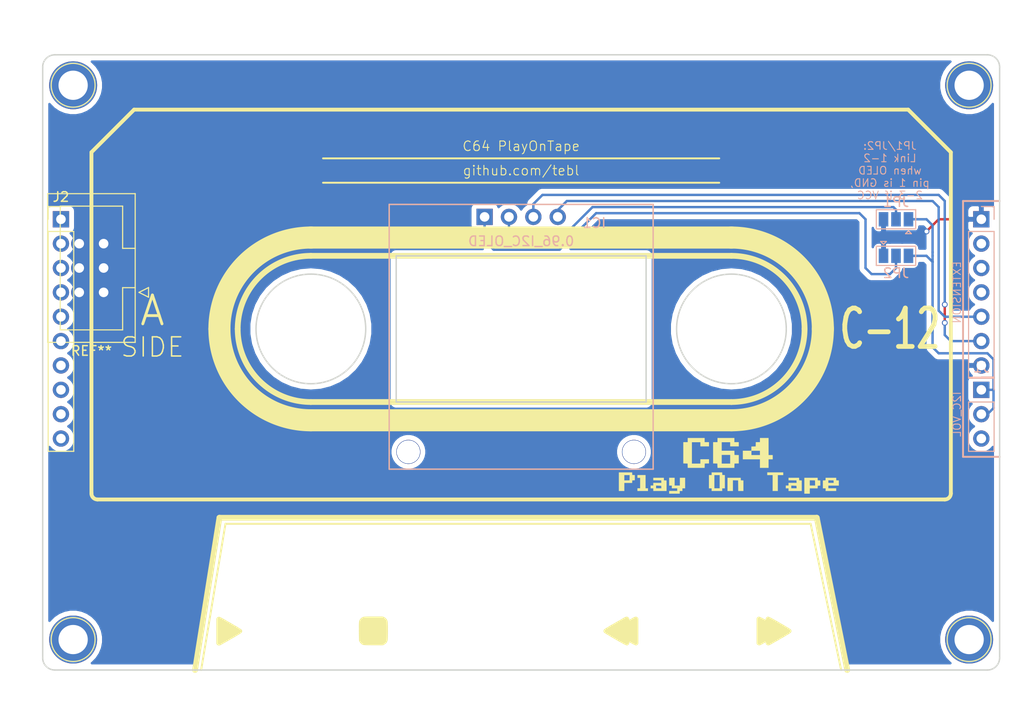
<source format=kicad_pcb>
(kicad_pcb (version 20171130) (host pcbnew "(5.1.8)-1")

  (general
    (thickness 1.6)
    (drawings 52)
    (tracks 61)
    (zones 0)
    (modules 16)
    (nets 7)
  )

  (page A4)
  (layers
    (0 F.Cu signal)
    (31 B.Cu signal)
    (32 B.Adhes user)
    (33 F.Adhes user)
    (34 B.Paste user)
    (35 F.Paste user)
    (36 B.SilkS user)
    (37 F.SilkS user)
    (38 B.Mask user)
    (39 F.Mask user)
    (40 Dwgs.User user)
    (41 Cmts.User user)
    (42 Eco1.User user)
    (43 Eco2.User user)
    (44 Edge.Cuts user)
    (45 Margin user)
    (46 B.CrtYd user)
    (47 F.CrtYd user)
    (48 B.Fab user hide)
    (49 F.Fab user hide)
  )

  (setup
    (last_trace_width 0.25)
    (trace_clearance 0.2)
    (zone_clearance 0.508)
    (zone_45_only no)
    (trace_min 0.2)
    (via_size 0.6)
    (via_drill 0.4)
    (via_min_size 0.4)
    (via_min_drill 0.3)
    (uvia_size 0.3)
    (uvia_drill 0.1)
    (uvias_allowed no)
    (uvia_min_size 0.2)
    (uvia_min_drill 0.1)
    (edge_width 0.15)
    (segment_width 0.2)
    (pcb_text_width 0.3)
    (pcb_text_size 1.5 1.5)
    (mod_edge_width 0.15)
    (mod_text_size 1 1)
    (mod_text_width 0.15)
    (pad_size 1.524 1.524)
    (pad_drill 0.762)
    (pad_to_mask_clearance 0)
    (aux_axis_origin 0 0)
    (visible_elements 7FFFFFFF)
    (pcbplotparams
      (layerselection 0x011fc_ffffffff)
      (usegerberextensions true)
      (usegerberattributes false)
      (usegerberadvancedattributes false)
      (creategerberjobfile false)
      (excludeedgelayer true)
      (linewidth 0.100000)
      (plotframeref false)
      (viasonmask false)
      (mode 1)
      (useauxorigin false)
      (hpglpennumber 1)
      (hpglpenspeed 20)
      (hpglpendiameter 15.000000)
      (psnegative false)
      (psa4output false)
      (plotreference true)
      (plotvalue true)
      (plotinvisibletext false)
      (padsonsilk false)
      (subtractmaskfromsilk false)
      (outputformat 1)
      (mirror false)
      (drillshape 0)
      (scaleselection 1)
      (outputdirectory "export/"))
  )

  (net 0 "")
  (net 1 GND)
  (net 2 /SDA)
  (net 3 /SCL)
  (net 4 VCC)
  (net 5 "Net-(IC1-Pad1)")
  (net 6 "Net-(IC1-Pad2)")

  (net_class Default "This is the default net class."
    (clearance 0.2)
    (trace_width 0.25)
    (via_dia 0.6)
    (via_drill 0.4)
    (uvia_dia 0.3)
    (uvia_drill 0.1)
    (add_net /SCL)
    (add_net /SDA)
    (add_net GND)
    (add_net "Net-(IC1-Pad1)")
    (add_net "Net-(IC1-Pad2)")
    (add_net VCC)
  )

  (module Connector_IDC:IDC-Header_2x03_P2.54mm_Vertical (layer F.Cu) (tedit 5EAC9A07) (tstamp 626392F8)
    (at 76.835 102.87 180)
    (descr "Through hole IDC box header, 2x03, 2.54mm pitch, DIN 41651 / IEC 60603-13, double rows, https://docs.google.com/spreadsheets/d/16SsEcesNF15N3Lb4niX7dcUr-NY5_MFPQhobNuNppn4/edit#gid=0")
    (tags "Through hole vertical IDC box header THT 2x03 2.54mm double row")
    (fp_text reference REF** (at 1.27 -6.1) (layer F.SilkS)
      (effects (font (size 1 1) (thickness 0.15)))
    )
    (fp_text value IDC-Header_2x03_P2.54mm_Vertical (at 1.27 11.18) (layer F.Fab)
      (effects (font (size 1 1) (thickness 0.15)))
    )
    (fp_text user %R (at 1.27 2.54 90) (layer F.Fab)
      (effects (font (size 1 1) (thickness 0.15)))
    )
    (fp_line (start -3.18 -4.1) (end -2.18 -5.1) (layer F.Fab) (width 0.1))
    (fp_line (start -2.18 -5.1) (end 5.72 -5.1) (layer F.Fab) (width 0.1))
    (fp_line (start 5.72 -5.1) (end 5.72 10.18) (layer F.Fab) (width 0.1))
    (fp_line (start 5.72 10.18) (end -3.18 10.18) (layer F.Fab) (width 0.1))
    (fp_line (start -3.18 10.18) (end -3.18 -4.1) (layer F.Fab) (width 0.1))
    (fp_line (start -3.18 0.49) (end -1.98 0.49) (layer F.Fab) (width 0.1))
    (fp_line (start -1.98 0.49) (end -1.98 -3.91) (layer F.Fab) (width 0.1))
    (fp_line (start -1.98 -3.91) (end 4.52 -3.91) (layer F.Fab) (width 0.1))
    (fp_line (start 4.52 -3.91) (end 4.52 8.99) (layer F.Fab) (width 0.1))
    (fp_line (start 4.52 8.99) (end -1.98 8.99) (layer F.Fab) (width 0.1))
    (fp_line (start -1.98 8.99) (end -1.98 4.59) (layer F.Fab) (width 0.1))
    (fp_line (start -1.98 4.59) (end -1.98 4.59) (layer F.Fab) (width 0.1))
    (fp_line (start -1.98 4.59) (end -3.18 4.59) (layer F.Fab) (width 0.1))
    (fp_line (start -3.29 -5.21) (end 5.83 -5.21) (layer F.SilkS) (width 0.12))
    (fp_line (start 5.83 -5.21) (end 5.83 10.29) (layer F.SilkS) (width 0.12))
    (fp_line (start 5.83 10.29) (end -3.29 10.29) (layer F.SilkS) (width 0.12))
    (fp_line (start -3.29 10.29) (end -3.29 -5.21) (layer F.SilkS) (width 0.12))
    (fp_line (start -3.29 0.49) (end -1.98 0.49) (layer F.SilkS) (width 0.12))
    (fp_line (start -1.98 0.49) (end -1.98 -3.91) (layer F.SilkS) (width 0.12))
    (fp_line (start -1.98 -3.91) (end 4.52 -3.91) (layer F.SilkS) (width 0.12))
    (fp_line (start 4.52 -3.91) (end 4.52 8.99) (layer F.SilkS) (width 0.12))
    (fp_line (start 4.52 8.99) (end -1.98 8.99) (layer F.SilkS) (width 0.12))
    (fp_line (start -1.98 8.99) (end -1.98 4.59) (layer F.SilkS) (width 0.12))
    (fp_line (start -1.98 4.59) (end -1.98 4.59) (layer F.SilkS) (width 0.12))
    (fp_line (start -1.98 4.59) (end -3.29 4.59) (layer F.SilkS) (width 0.12))
    (fp_line (start -3.68 0) (end -4.68 -0.5) (layer F.SilkS) (width 0.12))
    (fp_line (start -4.68 -0.5) (end -4.68 0.5) (layer F.SilkS) (width 0.12))
    (fp_line (start -4.68 0.5) (end -3.68 0) (layer F.SilkS) (width 0.12))
    (fp_line (start -3.68 -5.6) (end -3.68 10.69) (layer F.CrtYd) (width 0.05))
    (fp_line (start -3.68 10.69) (end 6.22 10.69) (layer F.CrtYd) (width 0.05))
    (fp_line (start 6.22 10.69) (end 6.22 -5.6) (layer F.CrtYd) (width 0.05))
    (fp_line (start 6.22 -5.6) (end -3.68 -5.6) (layer F.CrtYd) (width 0.05))
    (pad 6 thru_hole circle (at 2.54 5.08 180) (size 1.7 1.7) (drill 1) (layers *.Cu *.Mask))
    (pad 4 thru_hole circle (at 2.54 2.54 180) (size 1.7 1.7) (drill 1) (layers *.Cu *.Mask))
    (pad 2 thru_hole circle (at 2.54 0 180) (size 1.7 1.7) (drill 1) (layers *.Cu *.Mask))
    (pad 5 thru_hole circle (at 0 5.08 180) (size 1.7 1.7) (drill 1) (layers *.Cu *.Mask))
    (pad 3 thru_hole circle (at 0 2.54 180) (size 1.7 1.7) (drill 1) (layers *.Cu *.Mask))
    (pad 1 thru_hole roundrect (at 0 0 180) (size 1.7 1.7) (drill 1) (layers *.Cu *.Mask) (roundrect_rratio 0.147059))
    (model ${KISYS3DMOD}/Connector_IDC.3dshapes/IDC-Header_2x03_P2.54mm_Vertical.wrl
      (at (xyz 0 0 0))
      (scale (xyz 1 1 1))
      (rotate (xyz 0 0 0))
    )
  )

  (module i2c_oled:0.96_I2C_OLED2 locked (layer F.Cu) (tedit 621EA6A6) (tstamp 5E5E8785)
    (at 120.335 95)
    (descr "Through hole straight pin header, 1x04, 2.54mm pitch, single row")
    (tags "Through hole pin header THT 1x04 2.54mm single row")
    (path /5E3B718A)
    (fp_text reference IC1 (at 7.62 0.635) (layer B.SilkS)
      (effects (font (size 1 1) (thickness 0.15)) (justify mirror))
    )
    (fp_text value 0.96_I2C_OLED (at 0 2.536) (layer B.SilkS)
      (effects (font (size 1 1) (thickness 0.15)) (justify mirror))
    )
    (fp_line (start -13.5 2.7) (end -13.5 22.5) (layer Dwgs.User) (width 0.15))
    (fp_line (start 13.5 2.7) (end -13.5 2.7) (layer Dwgs.User) (width 0.15))
    (fp_line (start 13.5 22.5) (end 13.5 2.7) (layer Dwgs.User) (width 0.15))
    (fp_line (start -13.5 22.5) (end 13.5 22.5) (layer Dwgs.User) (width 0.15))
    (fp_line (start -13.75 -1.3) (end 13.75 -1.3) (layer B.SilkS) (width 0.15))
    (fp_line (start -13.75 -1.3) (end -13.75 26.3) (layer B.SilkS) (width 0.15))
    (fp_line (start -13.75 26.3) (end 13.75 26.3) (layer B.SilkS) (width 0.15))
    (fp_line (start 13.75 26.3) (end 13.75 -1.3) (layer B.SilkS) (width 0.15))
    (fp_line (start -7.4 26.3) (end -7.4 22.5) (layer Dwgs.User) (width 0.15))
    (fp_line (start 7.4 22.5) (end 7.4 26.3) (layer Dwgs.User) (width 0.15))
    (fp_text user %R (at 7.62 0.635 180) (layer F.Fab)
      (effects (font (size 1 1) (thickness 0.15)))
    )
    (pad 4 thru_hole circle (at 3.81 0) (size 1.7 1.7) (drill 1) (layers *.Cu *.Mask)
      (net 2 /SDA))
    (pad 3 thru_hole circle (at 1.27 0) (size 1.7 1.7) (drill 1) (layers *.Cu *.Mask)
      (net 3 /SCL))
    (pad 2 thru_hole circle (at -1.27 0) (size 1.7 1.7) (drill 1) (layers *.Cu *.Mask)
      (net 6 "Net-(IC1-Pad2)"))
    (pad 1 thru_hole rect (at -3.81 0) (size 1.7 1.7) (drill 1) (layers *.Cu *.Mask)
      (net 5 "Net-(IC1-Pad1)"))
    (pad "" np_thru_hole circle (at -11.75 24.5) (size 2.5 2.5) (drill 2.4) (layers *.Cu *.Mask))
    (pad "" np_thru_hole circle (at 11.75 24.5) (size 2.5 2.5) (drill 2.4) (layers *.Cu *.Mask))
  )

  (module icons:next locked (layer F.Cu) (tedit 62127B1E) (tstamp 6212D91D)
    (at 146.304 138.176)
    (fp_text reference G*** (at 0 0) (layer F.SilkS) hide
      (effects (font (size 1.524 1.524) (thickness 0.3)))
    )
    (fp_text value LOGO (at 0.75 0) (layer F.SilkS) hide
      (effects (font (size 1.524 1.524) (thickness 0.3)))
    )
    (fp_poly (pts (xy 1.23429 0.049067) (xy 1.1798 0.150194) (xy 1.165414 0.166321) (xy 1.123202 0.199243)
      (xy 1.038011 0.256095) (xy 0.916029 0.333086) (xy 0.763446 0.426421) (xy 0.586451 0.53231)
      (xy 0.391231 0.646959) (xy 0.212914 0.75) (xy 0 0.872147) (xy -0.206506 0.990686)
      (xy -0.39921 1.101366) (xy -0.570718 1.199938) (xy -0.713636 1.282155) (xy -0.820572 1.343765)
      (xy -0.873051 1.374092) (xy -1.018988 1.450649) (xy -1.13309 1.489575) (xy -1.224879 1.491655)
      (xy -1.303872 1.457674) (xy -1.35559 1.413918) (xy -1.438086 1.331422) (xy -1.438086 -1.321478)
      (xy -1.365022 -1.40831) (xy -1.332407 -1.44519) (xy -1.300123 -1.473251) (xy -1.263753 -1.490741)
      (xy -1.218884 -1.49591) (xy -1.161098 -1.487004) (xy -1.085983 -1.462273) (xy -0.989121 -1.419965)
      (xy -0.866098 -1.358327) (xy -0.712499 -1.275609) (xy -0.523908 -1.170058) (xy -0.295911 -1.039923)
      (xy -0.024092 -0.883452) (xy 0.015659 -0.860529) (xy 0.245489 -0.727196) (xy 0.461859 -0.600168)
      (xy 0.659482 -0.482657) (xy 0.833072 -0.377875) (xy 0.977343 -0.289034) (xy 1.087009 -0.219345)
      (xy 1.156782 -0.17202) (xy 1.179525 -0.153399) (xy 1.234307 -0.054575) (xy 1.23429 0.049067)) (layer F.SilkS) (width 0.01))
    (fp_poly (pts (xy 2.18429 0.049067) (xy 2.1298 0.150194) (xy 2.115414 0.166321) (xy 2.073202 0.199243)
      (xy 1.988011 0.256095) (xy 1.866029 0.333086) (xy 1.713446 0.426421) (xy 1.536451 0.53231)
      (xy 1.341231 0.646959) (xy 1.162914 0.75) (xy 0.95 0.872147) (xy 0.743494 0.990686)
      (xy 0.55079 1.101366) (xy 0.379282 1.199938) (xy 0.236364 1.282155) (xy 0.129428 1.343765)
      (xy 0.076949 1.374092) (xy -0.068988 1.450649) (xy -0.18309 1.489575) (xy -0.274879 1.491655)
      (xy -0.353872 1.457674) (xy -0.40559 1.413918) (xy -0.488086 1.331422) (xy -0.488086 -1.321478)
      (xy -0.415022 -1.40831) (xy -0.382407 -1.44519) (xy -0.350123 -1.473251) (xy -0.313753 -1.490741)
      (xy -0.268884 -1.49591) (xy -0.211098 -1.487004) (xy -0.135983 -1.462273) (xy -0.039121 -1.419965)
      (xy 0.083902 -1.358327) (xy 0.237501 -1.275609) (xy 0.426092 -1.170058) (xy 0.654089 -1.039923)
      (xy 0.925908 -0.883452) (xy 0.965659 -0.860529) (xy 1.195489 -0.727196) (xy 1.411859 -0.600168)
      (xy 1.609482 -0.482657) (xy 1.783072 -0.377875) (xy 1.927343 -0.289034) (xy 2.037009 -0.219345)
      (xy 2.106782 -0.17202) (xy 2.129525 -0.153399) (xy 2.184307 -0.054575) (xy 2.18429 0.049067)) (layer F.SilkS) (width 0.01))
  )

  (module icons:previous locked (layer F.Cu) (tedit 62127B79) (tstamp 5E3F548E)
    (at 131.1 138.176)
    (fp_text reference G*** (at 0 0) (layer F.SilkS) hide
      (effects (font (size 1.524 1.524) (thickness 0.3)))
    )
    (fp_text value LOGO (at 0.75 0) (layer F.SilkS) hide
      (effects (font (size 1.524 1.524) (thickness 0.3)))
    )
    (fp_poly (pts (xy -1.23429 -0.049067) (xy -1.1798 -0.150194) (xy -1.165414 -0.166321) (xy -1.123202 -0.199243)
      (xy -1.038011 -0.256095) (xy -0.916029 -0.333086) (xy -0.763446 -0.426421) (xy -0.586451 -0.53231)
      (xy -0.391231 -0.646959) (xy -0.212914 -0.75) (xy 0 -0.872147) (xy 0.206506 -0.990686)
      (xy 0.39921 -1.101366) (xy 0.570718 -1.199938) (xy 0.713636 -1.282155) (xy 0.820572 -1.343765)
      (xy 0.873051 -1.374092) (xy 1.018988 -1.450649) (xy 1.13309 -1.489575) (xy 1.224879 -1.491655)
      (xy 1.303872 -1.457674) (xy 1.35559 -1.413918) (xy 1.438086 -1.331422) (xy 1.438086 1.321478)
      (xy 1.365022 1.40831) (xy 1.332407 1.44519) (xy 1.300123 1.473251) (xy 1.263753 1.490741)
      (xy 1.218884 1.49591) (xy 1.161098 1.487004) (xy 1.085983 1.462273) (xy 0.989121 1.419965)
      (xy 0.866098 1.358327) (xy 0.712499 1.275609) (xy 0.523908 1.170058) (xy 0.295911 1.039923)
      (xy 0.024092 0.883452) (xy -0.015659 0.860529) (xy -0.245489 0.727196) (xy -0.461859 0.600168)
      (xy -0.659482 0.482657) (xy -0.833072 0.377875) (xy -0.977343 0.289034) (xy -1.087009 0.219345)
      (xy -1.156782 0.17202) (xy -1.179525 0.153399) (xy -1.234307 0.054575) (xy -1.23429 -0.049067)) (layer F.SilkS) (width 0.01))
    (fp_poly (pts (xy -2.18429 -0.049067) (xy -2.1298 -0.150194) (xy -2.115414 -0.166321) (xy -2.073202 -0.199243)
      (xy -1.988011 -0.256095) (xy -1.866029 -0.333086) (xy -1.713446 -0.426421) (xy -1.536451 -0.53231)
      (xy -1.341231 -0.646959) (xy -1.162914 -0.75) (xy -0.95 -0.872147) (xy -0.743494 -0.990686)
      (xy -0.55079 -1.101366) (xy -0.379282 -1.199938) (xy -0.236364 -1.282155) (xy -0.129428 -1.343765)
      (xy -0.076949 -1.374092) (xy 0.068988 -1.450649) (xy 0.18309 -1.489575) (xy 0.274879 -1.491655)
      (xy 0.353872 -1.457674) (xy 0.40559 -1.413918) (xy 0.488086 -1.331422) (xy 0.488086 1.321478)
      (xy 0.415022 1.40831) (xy 0.382407 1.44519) (xy 0.350123 1.473251) (xy 0.313753 1.490741)
      (xy 0.268884 1.49591) (xy 0.211098 1.487004) (xy 0.135983 1.462273) (xy 0.039121 1.419965)
      (xy -0.083902 1.358327) (xy -0.237501 1.275609) (xy -0.426092 1.170058) (xy -0.654089 1.039923)
      (xy -0.925908 0.883452) (xy -0.965659 0.860529) (xy -1.195489 0.727196) (xy -1.411859 0.600168)
      (xy -1.609482 0.482657) (xy -1.783072 0.377875) (xy -1.927343 0.289034) (xy -2.037009 0.219345)
      (xy -2.106782 0.17202) (xy -2.129525 0.153399) (xy -2.184307 0.054575) (xy -2.18429 -0.049067)) (layer F.SilkS) (width 0.01))
  )

  (module icons:c64_play_on_tape locked (layer F.Cu) (tedit 0) (tstamp 6262F7D4)
    (at 141.986 120.904)
    (fp_text reference REF** (at -4.445 2.54) (layer F.SilkS) hide
      (effects (font (size 1 1) (thickness 0.15)))
    )
    (fp_text value LOGO (at 5.08 -0.635) (layer F.Fab) hide
      (effects (font (size 1 1) (thickness 0.15)))
    )
    (fp_poly (pts (xy -5.66987 2.110311) (xy -5.11051 2.110311) (xy -5.11051 1.296697) (xy -4.576576 1.296697)
      (xy -4.576576 2.38999) (xy -4.856256 2.38999) (xy -4.856256 2.66967) (xy -5.135936 2.66967)
      (xy -5.135936 2.94935) (xy -6.229229 2.94935) (xy -6.229229 2.66967) (xy -5.39019 2.66967)
      (xy -5.39019 2.38999) (xy -5.949549 2.38999) (xy -5.949549 2.110311) (xy -6.229229 2.110311)
      (xy -6.229229 1.296697) (xy -5.66987 1.296697) (xy -5.66987 2.110311)) (layer F.SilkS) (width 0.01))
    (fp_poly (pts (xy 9.234457 1.43018) (xy 9.242142 1.563664) (xy 9.375626 1.571349) (xy 9.509109 1.579034)
      (xy 9.509109 2.107653) (xy 9.375626 2.115338) (xy 9.242142 2.123023) (xy 9.234457 2.256507)
      (xy 9.226772 2.38999) (xy 8.415816 2.38999) (xy 8.415816 2.94935) (xy 7.856457 2.94935)
      (xy 7.856457 2.110311) (xy 8.415816 2.110311) (xy 8.976896 2.110311) (xy 8.969679 1.836987)
      (xy 8.962463 1.563664) (xy 8.689139 1.556447) (xy 8.415816 1.549231) (xy 8.415816 2.110311)
      (xy 7.856457 2.110311) (xy 7.856457 1.296697) (xy 9.226772 1.296697) (xy 9.234457 1.43018)) (layer F.SilkS) (width 0.01))
    (fp_poly (pts (xy -10.088866 0.870821) (xy -10.081181 1.004305) (xy -9.947697 1.01199) (xy -9.814214 1.019675)
      (xy -9.814214 1.548294) (xy -9.947697 1.555979) (xy -10.081181 1.563664) (xy -10.088866 1.697147)
      (xy -10.096551 1.830631) (xy -10.907507 1.830631) (xy -10.907507 2.66967) (xy -11.466867 2.66967)
      (xy -11.466867 1.017017) (xy -10.907507 1.017017) (xy -10.907507 1.578097) (xy -10.634184 1.570881)
      (xy -10.360861 1.563664) (xy -10.353644 1.290341) (xy -10.346428 1.017017) (xy -10.907507 1.017017)
      (xy -11.466867 1.017017) (xy -11.466867 0.737338) (xy -10.096551 0.737338) (xy -10.088866 0.870821)) (layer F.SilkS) (width 0.01))
    (fp_poly (pts (xy -8.695495 2.38999) (xy -8.441241 2.38999) (xy -8.441241 2.66967) (xy -9.534534 2.66967)
      (xy -9.534534 2.38999) (xy -9.254855 2.38999) (xy -9.254855 1.296697) (xy -9.534534 1.296697)
      (xy -9.534534 1.017017) (xy -8.695495 1.017017) (xy -8.695495 2.38999)) (layer F.SilkS) (width 0.01))
    (fp_poly (pts (xy -6.783561 1.43018) (xy -6.775876 1.563664) (xy -6.642392 1.571349) (xy -6.508909 1.579034)
      (xy -6.508909 2.66967) (xy -7.881882 2.66967) (xy -7.881882 2.38999) (xy -7.602202 2.38999)
      (xy -7.040185 2.38999) (xy -7.04787 2.256507) (xy -7.055555 2.123023) (xy -7.328879 2.115807)
      (xy -7.602202 2.10859) (xy -7.602202 2.38999) (xy -7.881882 2.38999) (xy -8.161561 2.38999)
      (xy -8.161561 2.110311) (xy -7.881882 2.110311) (xy -7.881882 1.830631) (xy -7.040185 1.830631)
      (xy -7.04787 1.697147) (xy -7.055555 1.563664) (xy -7.468719 1.556678) (xy -7.881882 1.549692)
      (xy -7.881882 1.296697) (xy -6.791246 1.296697) (xy -6.783561 1.43018)) (layer F.SilkS) (width 0.01))
    (fp_poly (pts (xy -0.706884 0.870821) (xy -0.699199 1.004305) (xy -0.565716 1.01199) (xy -0.432232 1.019675)
      (xy -0.432232 2.38999) (xy -0.711912 2.38999) (xy -0.711912 2.66967) (xy -1.805205 2.66967)
      (xy -1.805205 2.38999) (xy -2.084885 2.38999) (xy -2.084885 1.017017) (xy -1.805205 1.017017)
      (xy -1.525525 1.017017) (xy -1.525525 2.38999) (xy -0.966166 2.38999) (xy -0.966166 1.017017)
      (xy -1.525525 1.017017) (xy -1.805205 1.017017) (xy -1.805205 0.737338) (xy -0.714569 0.737338)
      (xy -0.706884 0.870821)) (layer F.SilkS) (width 0.01))
    (fp_poly (pts (xy 1.225448 1.43018) (xy 1.233133 1.563664) (xy 1.366617 1.571349) (xy 1.5001 1.579034)
      (xy 1.5001 2.66967) (xy 0.967158 2.66967) (xy 0.953454 1.563664) (xy 0.68013 1.556447)
      (xy 0.406807 1.549231) (xy 0.406807 2.66967) (xy -0.152552 2.66967) (xy -0.152552 1.296697)
      (xy 1.217763 1.296697) (xy 1.225448 1.43018)) (layer F.SilkS) (width 0.01))
    (fp_poly (pts (xy 5.644445 1.017017) (xy 5.085085 1.017017) (xy 5.085085 2.66967) (xy 4.551151 2.66967)
      (xy 4.551151 1.017017) (xy 3.991792 1.017017) (xy 3.991792 0.737338) (xy 5.644445 0.737338)
      (xy 5.644445 1.017017)) (layer F.SilkS) (width 0.01))
    (fp_poly (pts (xy 7.302125 1.43018) (xy 7.30981 1.563664) (xy 7.443294 1.571349) (xy 7.576777 1.579034)
      (xy 7.576777 2.66967) (xy 6.203804 2.66967) (xy 6.203804 2.38999) (xy 6.483484 2.38999)
      (xy 7.0455 2.38999) (xy 7.037815 2.256507) (xy 7.03013 2.123023) (xy 6.756807 2.115807)
      (xy 6.483484 2.10859) (xy 6.483484 2.38999) (xy 6.203804 2.38999) (xy 5.924124 2.38999)
      (xy 5.924124 2.110311) (xy 6.203804 2.110311) (xy 6.203804 1.830631) (xy 7.0455 1.830631)
      (xy 7.037815 1.697147) (xy 7.03013 1.563664) (xy 6.203804 1.549692) (xy 6.203804 1.296697)
      (xy 7.29444 1.296697) (xy 7.302125 1.43018)) (layer F.SilkS) (width 0.01))
    (fp_poly (pts (xy 11.16679 1.43018) (xy 11.174475 1.563664) (xy 11.307958 1.571349) (xy 11.441442 1.579034)
      (xy 11.441442 2.110311) (xy 10.348148 2.110311) (xy 10.348148 2.38999) (xy 11.161762 2.38999)
      (xy 11.161762 2.66967) (xy 10.068469 2.66967) (xy 10.068469 2.38999) (xy 9.788789 2.38999)
      (xy 9.788789 1.830631) (xy 10.348148 1.830631) (xy 10.910165 1.830631) (xy 10.90248 1.697147)
      (xy 10.894795 1.563664) (xy 10.621472 1.556447) (xy 10.348148 1.549231) (xy 10.348148 1.830631)
      (xy 9.788789 1.830631) (xy 9.788789 1.579034) (xy 9.922272 1.571349) (xy 10.055756 1.563664)
      (xy 10.063441 1.43018) (xy 10.071126 1.296697) (xy 11.159105 1.296697) (xy 11.16679 1.43018)) (layer F.SilkS) (width 0.01))
    (fp_poly (pts (xy -2.542542 -2.415415) (xy -2.084885 -2.415415) (xy -2.084885 -1.983183) (xy -2.974775 -1.983183)
      (xy -2.974775 -2.415415) (xy -3.864664 -2.415415) (xy -3.864664 -0.177978) (xy -2.974775 -0.177978)
      (xy -2.974775 -0.635635) (xy -2.084885 -0.635635) (xy -2.084885 -0.205383) (xy -2.307357 -0.198037)
      (xy -2.52983 -0.19069) (xy -2.537176 0.031782) (xy -2.544522 0.254255) (xy -4.294917 0.254255)
      (xy -4.302263 0.031782) (xy -4.309609 -0.19069) (xy -4.532082 -0.198037) (xy -4.754554 -0.205383)
      (xy -4.754554 -2.415415) (xy -4.296897 -2.415415) (xy -4.296897 -2.847647) (xy -2.542542 -2.847647)
      (xy -2.542542 -2.415415)) (layer F.SilkS) (width 0.01))
    (fp_poly (pts (xy 0.55936 -2.415415) (xy 1.017017 -2.415415) (xy 1.017017 -1.983183) (xy 0.127127 -1.983183)
      (xy 0.127127 -2.415415) (xy -0.762763 -2.415415) (xy -0.762763 -1.525525) (xy 0.55738 -1.525525)
      (xy 0.564726 -1.303053) (xy 0.572072 -1.08058) (xy 0.794545 -1.073234) (xy 1.017017 -1.065888)
      (xy 1.017017 -0.205383) (xy 0.794545 -0.198037) (xy 0.572072 -0.19069) (xy 0.564726 0.031782)
      (xy 0.55738 0.254255) (xy -1.193015 0.254255) (xy -1.200361 0.031782) (xy -1.207707 -0.19069)
      (xy -1.43018 -0.198037) (xy -1.652652 -0.205383) (xy -1.652652 -1.093293) (xy -0.762763 -1.093293)
      (xy -0.762763 -0.177978) (xy 0.127127 -0.177978) (xy 0.127127 -1.093293) (xy -0.762763 -1.093293)
      (xy -1.652652 -1.093293) (xy -1.652652 -2.415415) (xy -1.194995 -2.415415) (xy -1.194995 -2.847647)
      (xy 0.55936 -2.847647) (xy 0.55936 -2.415415)) (layer F.SilkS) (width 0.01))
    (fp_poly (pts (xy 4.118919 -1.067868) (xy 4.551151 -1.067868) (xy 4.551151 -0.635635) (xy 4.118919 -0.635635)
      (xy 4.118919 0.254255) (xy 3.229029 0.254255) (xy 3.229029 -0.635635) (xy 1.449249 -0.635635)
      (xy 1.449249 -1.525525) (xy 2.339139 -1.525525) (xy 2.339139 -1.067868) (xy 3.229029 -1.067868)
      (xy 3.229029 -1.525525) (xy 2.339139 -1.525525) (xy 2.339139 -1.955778) (xy 2.561612 -1.963124)
      (xy 2.784084 -1.97047) (xy 2.791431 -2.192943) (xy 2.798777 -2.415415) (xy 3.229029 -2.415415)
      (xy 3.229029 -2.847647) (xy 4.118919 -2.847647) (xy 4.118919 -1.067868)) (layer F.SilkS) (width 0.01))
  )

  (module Pin_Headers:Pin_Header_Straight_1x10_Pitch2.54mm locked (layer F.Cu) (tedit 59650532) (tstamp 5E5E8D39)
    (at 72.39 95.25)
    (descr "Through hole straight pin header, 1x10, 2.54mm pitch, single row")
    (tags "Through hole pin header THT 1x10 2.54mm single row")
    (path /5E5F2F04)
    (fp_text reference J2 (at 0 -2.33) (layer F.SilkS)
      (effects (font (size 1 1) (thickness 0.15)))
    )
    (fp_text value SPI (at 0 25.19) (layer F.Fab)
      (effects (font (size 1 1) (thickness 0.15)))
    )
    (fp_line (start 1.8 -1.8) (end -1.8 -1.8) (layer F.CrtYd) (width 0.05))
    (fp_line (start 1.8 24.65) (end 1.8 -1.8) (layer F.CrtYd) (width 0.05))
    (fp_line (start -1.8 24.65) (end 1.8 24.65) (layer F.CrtYd) (width 0.05))
    (fp_line (start -1.8 -1.8) (end -1.8 24.65) (layer F.CrtYd) (width 0.05))
    (fp_line (start -1.33 -1.33) (end 0 -1.33) (layer F.SilkS) (width 0.12))
    (fp_line (start -1.33 0) (end -1.33 -1.33) (layer F.SilkS) (width 0.12))
    (fp_line (start -1.33 1.27) (end 1.33 1.27) (layer F.SilkS) (width 0.12))
    (fp_line (start 1.33 1.27) (end 1.33 24.19) (layer F.SilkS) (width 0.12))
    (fp_line (start -1.33 1.27) (end -1.33 24.19) (layer F.SilkS) (width 0.12))
    (fp_line (start -1.33 24.19) (end 1.33 24.19) (layer F.SilkS) (width 0.12))
    (fp_line (start -1.27 -0.635) (end -0.635 -1.27) (layer F.Fab) (width 0.1))
    (fp_line (start -1.27 24.13) (end -1.27 -0.635) (layer F.Fab) (width 0.1))
    (fp_line (start 1.27 24.13) (end -1.27 24.13) (layer F.Fab) (width 0.1))
    (fp_line (start 1.27 -1.27) (end 1.27 24.13) (layer F.Fab) (width 0.1))
    (fp_line (start -0.635 -1.27) (end 1.27 -1.27) (layer F.Fab) (width 0.1))
    (fp_text user %R (at 0 11.43 90) (layer F.Fab)
      (effects (font (size 1 1) (thickness 0.15)))
    )
    (pad 10 thru_hole oval (at 0 22.86) (size 1.7 1.7) (drill 1) (layers *.Cu *.Mask))
    (pad 9 thru_hole oval (at 0 20.32) (size 1.7 1.7) (drill 1) (layers *.Cu *.Mask))
    (pad 8 thru_hole oval (at 0 17.78) (size 1.7 1.7) (drill 1) (layers *.Cu *.Mask))
    (pad 7 thru_hole oval (at 0 15.24) (size 1.7 1.7) (drill 1) (layers *.Cu *.Mask))
    (pad 6 thru_hole oval (at 0 12.7) (size 1.7 1.7) (drill 1) (layers *.Cu *.Mask))
    (pad 5 thru_hole oval (at 0 10.16) (size 1.7 1.7) (drill 1) (layers *.Cu *.Mask))
    (pad 4 thru_hole oval (at 0 7.62) (size 1.7 1.7) (drill 1) (layers *.Cu *.Mask))
    (pad 3 thru_hole oval (at 0 5.08) (size 1.7 1.7) (drill 1) (layers *.Cu *.Mask))
    (pad 2 thru_hole oval (at 0 2.54) (size 1.7 1.7) (drill 1) (layers *.Cu *.Mask))
    (pad 1 thru_hole rect (at 0 0) (size 1.7 1.7) (drill 1) (layers *.Cu *.Mask))
    (model ${KISYS3DMOD}/Pin_Headers.3dshapes/Pin_Header_Straight_1x10_Pitch2.54mm.wrl
      (at (xyz 0 0 0))
      (scale (xyz 1 1 1))
      (rotate (xyz 0 0 0))
    )
  )

  (module Pin_Headers:Pin_Header_Straight_1x07_Pitch2.54mm locked (layer B.Cu) (tedit 5E3F3791) (tstamp 5E3D5C89)
    (at 168.275 95.25 180)
    (descr "Through hole straight pin header, 1x07, 2.54mm pitch, single row")
    (tags "Through hole pin header THT 1x07 2.54mm single row")
    (path /5E3D299E)
    (fp_text reference J3 (at 0 2.54 180) (layer B.Fab) hide
      (effects (font (size 0.8 0.8) (thickness 0.1)) (justify mirror))
    )
    (fp_text value EXTENSION (at 2.54 -7.62 270) (layer B.SilkS)
      (effects (font (size 0.8 0.8) (thickness 0.1)) (justify mirror))
    )
    (fp_line (start -0.635 1.27) (end 1.27 1.27) (layer B.Fab) (width 0.1))
    (fp_line (start 1.27 1.27) (end 1.27 -16.51) (layer B.Fab) (width 0.1))
    (fp_line (start 1.27 -16.51) (end -1.27 -16.51) (layer B.Fab) (width 0.1))
    (fp_line (start -1.27 -16.51) (end -1.27 0.635) (layer B.Fab) (width 0.1))
    (fp_line (start -1.27 0.635) (end -0.635 1.27) (layer B.Fab) (width 0.1))
    (fp_line (start -1.33 -16.57) (end 1.33 -16.57) (layer B.SilkS) (width 0.12))
    (fp_line (start -1.33 -1.27) (end -1.33 -16.57) (layer B.SilkS) (width 0.12))
    (fp_line (start 1.33 -1.27) (end 1.33 -16.57) (layer B.SilkS) (width 0.12))
    (fp_line (start -1.33 -1.27) (end 1.33 -1.27) (layer B.SilkS) (width 0.12))
    (fp_line (start -1.33 0) (end -1.33 1.33) (layer B.SilkS) (width 0.12))
    (fp_line (start -1.33 1.33) (end 0 1.33) (layer B.SilkS) (width 0.12))
    (fp_line (start -1.8 1.8) (end -1.8 -17.05) (layer B.CrtYd) (width 0.05))
    (fp_line (start -1.8 -17.05) (end 1.8 -17.05) (layer B.CrtYd) (width 0.05))
    (fp_line (start 1.8 -17.05) (end 1.8 1.8) (layer B.CrtYd) (width 0.05))
    (fp_line (start 1.8 1.8) (end -1.8 1.8) (layer B.CrtYd) (width 0.05))
    (fp_text user %R (at 0 -7.62 90) (layer B.Fab)
      (effects (font (size 1 1) (thickness 0.15)) (justify mirror))
    )
    (pad 1 thru_hole rect (at 0 0 180) (size 1.7 1.7) (drill 1) (layers *.Cu *.Mask)
      (net 1 GND))
    (pad 2 thru_hole oval (at 0 -2.54 180) (size 1.7 1.7) (drill 1) (layers *.Cu *.Mask))
    (pad 3 thru_hole oval (at 0 -5.08 180) (size 1.7 1.7) (drill 1) (layers *.Cu *.Mask))
    (pad 4 thru_hole oval (at 0 -7.62 180) (size 1.7 1.7) (drill 1) (layers *.Cu *.Mask))
    (pad 5 thru_hole oval (at 0 -10.16 180) (size 1.7 1.7) (drill 1) (layers *.Cu *.Mask)
      (net 2 /SDA))
    (pad 6 thru_hole oval (at 0 -12.7 180) (size 1.7 1.7) (drill 1) (layers *.Cu *.Mask)
      (net 3 /SCL))
    (pad 7 thru_hole oval (at 0 -15.24 180) (size 1.7 1.7) (drill 1) (layers *.Cu *.Mask)
      (net 1 GND))
    (model ${KISYS3DMOD}/Pin_Headers.3dshapes/Pin_Header_Straight_1x07_Pitch2.54mm.wrl
      (at (xyz 0 0 0))
      (scale (xyz 1 1 1))
      (rotate (xyz 0 0 0))
    )
  )

  (module mounting:M3 (layer F.Cu) (tedit 5D61810C) (tstamp 5E3B69D4)
    (at 73.66 139.065)
    (descr "module 1 pin (ou trou mecanique de percage)")
    (tags DEV)
    (path /5E3B603D)
    (fp_text reference M1 (at 0 -3.048) (layer F.Fab) hide
      (effects (font (size 1 1) (thickness 0.15)))
    )
    (fp_text value Mounting (at 0 3) (layer F.Fab) hide
      (effects (font (size 1 1) (thickness 0.15)))
    )
    (fp_circle (center 0 0) (end 2 0.8) (layer F.Fab) (width 0.1))
    (fp_circle (center 0 0) (end 2.6 0) (layer F.CrtYd) (width 0.05))
    (fp_circle (center 0 0) (end 0 -2.286) (layer F.SilkS) (width 0.12))
    (pad 1 thru_hole circle (at 0 0) (size 5 5) (drill 3.048) (layers *.Cu *.Mask))
  )

  (module mounting:M3 (layer F.Cu) (tedit 5D61810C) (tstamp 5E3B69D8)
    (at 167.005 139.065)
    (descr "module 1 pin (ou trou mecanique de percage)")
    (tags DEV)
    (path /5E3B604F)
    (fp_text reference M2 (at 0 -3.048) (layer F.Fab) hide
      (effects (font (size 1 1) (thickness 0.15)))
    )
    (fp_text value Mounting (at 0 3) (layer F.Fab) hide
      (effects (font (size 1 1) (thickness 0.15)))
    )
    (fp_circle (center 0 0) (end 2 0.8) (layer F.Fab) (width 0.1))
    (fp_circle (center 0 0) (end 2.6 0) (layer F.CrtYd) (width 0.05))
    (fp_circle (center 0 0) (end 0 -2.286) (layer F.SilkS) (width 0.12))
    (pad 1 thru_hole circle (at 0 0) (size 5 5) (drill 3.048) (layers *.Cu *.Mask))
  )

  (module mounting:M3 (layer F.Cu) (tedit 5D61810C) (tstamp 5E3B69DC)
    (at 167.005 81.28)
    (descr "module 1 pin (ou trou mecanique de percage)")
    (tags DEV)
    (path /5E3B605A)
    (fp_text reference M3 (at 0 -3.048) (layer F.Fab) hide
      (effects (font (size 1 1) (thickness 0.15)))
    )
    (fp_text value Mounting (at 0 3) (layer F.Fab) hide
      (effects (font (size 1 1) (thickness 0.15)))
    )
    (fp_circle (center 0 0) (end 2 0.8) (layer F.Fab) (width 0.1))
    (fp_circle (center 0 0) (end 2.6 0) (layer F.CrtYd) (width 0.05))
    (fp_circle (center 0 0) (end 0 -2.286) (layer F.SilkS) (width 0.12))
    (pad 1 thru_hole circle (at 0 0) (size 5 5) (drill 3.048) (layers *.Cu *.Mask))
  )

  (module mounting:M3 (layer F.Cu) (tedit 5D61810C) (tstamp 5E3B69E0)
    (at 73.66 81.28)
    (descr "module 1 pin (ou trou mecanique de percage)")
    (tags DEV)
    (path /5E3B6065)
    (fp_text reference M4 (at 0 -3.048) (layer F.Fab) hide
      (effects (font (size 1 1) (thickness 0.15)))
    )
    (fp_text value Mounting (at 0 3) (layer F.Fab) hide
      (effects (font (size 1 1) (thickness 0.15)))
    )
    (fp_circle (center 0 0) (end 2 0.8) (layer F.Fab) (width 0.1))
    (fp_circle (center 0 0) (end 2.6 0) (layer F.CrtYd) (width 0.05))
    (fp_circle (center 0 0) (end 0 -2.286) (layer F.SilkS) (width 0.12))
    (pad 1 thru_hole circle (at 0 0) (size 5 5) (drill 3.048) (layers *.Cu *.Mask))
  )

  (module icons:play locked (layer F.Cu) (tedit 0) (tstamp 5E3D6DA5)
    (at 89.916 138.303)
    (fp_text reference G*** (at 0 0) (layer F.SilkS) hide
      (effects (font (size 1.524 1.524) (thickness 0.3)))
    )
    (fp_text value LOGO (at 0.75 0) (layer F.SilkS) hide
      (effects (font (size 1.524 1.524) (thickness 0.3)))
    )
    (fp_poly (pts (xy -0.997092 -1.596347) (xy -0.868322 -1.544183) (xy -0.76141 -1.48621) (xy -0.687284 -1.443328)
      (xy -0.571472 -1.376486) (xy -0.421221 -1.28986) (xy -0.243776 -1.187625) (xy -0.046386 -1.073956)
      (xy 0.163705 -0.953029) (xy 0.346157 -0.848054) (xy 0.55342 -0.727784) (xy 0.746816 -0.613566)
      (xy 0.920437 -0.50904) (xy 1.068377 -0.417846) (xy 1.184728 -0.343624) (xy 1.263583 -0.290013)
      (xy 1.298657 -0.261148) (xy 1.348411 -0.15905) (xy 1.342984 -0.054369) (xy 1.282849 0.04605)
      (xy 1.277056 0.052268) (xy 1.234981 0.084908) (xy 1.149861 0.141512) (xy 1.027827 0.218335)
      (xy 0.875008 0.311631) (xy 0.697534 0.417653) (xy 0.501534 0.532656) (xy 0.310445 0.642985)
      (xy 0.096735 0.765491) (xy -0.109774 0.883994) (xy -0.30191 0.994366) (xy -0.472499 1.092484)
      (xy -0.614366 1.17422) (xy -0.720337 1.235449) (xy -0.775663 1.267605) (xy -0.92507 1.344847)
      (xy -1.043595 1.381122) (xy -1.138712 1.376877) (xy -1.217894 1.332555) (xy -1.25338 1.296057)
      (xy -1.326444 1.209225) (xy -1.326444 -1.435002) (xy -1.25338 -1.521834) (xy -1.181812 -1.584607)
      (xy -1.098986 -1.609633) (xy -0.997092 -1.596347)) (layer F.SilkS) (width 0.01))
  )

  (module icons:stop locked (layer F.Cu) (tedit 0) (tstamp 5E3D6E3B)
    (at 105.065 138.303)
    (fp_text reference G*** (at 0 0) (layer F.SilkS) hide
      (effects (font (size 1.524 1.524) (thickness 0.3)))
    )
    (fp_text value LOGO (at 0.75 0) (layer F.SilkS) hide
      (effects (font (size 1.524 1.524) (thickness 0.3)))
    )
    (fp_poly (pts (xy 1.008162 -1.564953) (xy 1.165687 -1.456861) (xy 1.281341 -1.311095) (xy 1.344182 -1.163865)
      (xy 1.356565 -1.092393) (xy 1.366771 -0.973489) (xy 1.374807 -0.816121) (xy 1.380677 -0.629259)
      (xy 1.384387 -0.421874) (xy 1.385943 -0.202934) (xy 1.38535 0.01859) (xy 1.382613 0.23373)
      (xy 1.377738 0.433515) (xy 1.370731 0.608977) (xy 1.361597 0.751145) (xy 1.350341 0.85105)
      (xy 1.342935 0.885787) (xy 1.266715 1.057619) (xy 1.151007 1.190723) (xy 1.011248 1.281194)
      (xy 0.863807 1.354667) (xy -0.125485 1.352439) (xy -0.406392 1.350939) (xy -0.65153 1.347858)
      (xy -0.856898 1.343314) (xy -1.018498 1.337426) (xy -1.13233 1.330312) (xy -1.194395 1.322091)
      (xy -1.199444 1.320615) (xy -1.352272 1.238563) (xy -1.484119 1.110254) (xy -1.544537 1.0221)
      (xy -1.622777 0.889) (xy -1.631206 -0.076551) (xy -1.6328 -0.368375) (xy -1.632194 -0.619733)
      (xy -1.629453 -0.827362) (xy -1.624641 -0.988001) (xy -1.617822 -1.098388) (xy -1.610123 -1.151701)
      (xy -1.538625 -1.315466) (xy -1.42403 -1.456339) (xy -1.278589 -1.559697) (xy -1.261262 -1.568135)
      (xy -1.22145 -1.586208) (xy -1.183525 -1.60077) (xy -1.141163 -1.612202) (xy -1.088041 -1.620884)
      (xy -1.017836 -1.627198) (xy -0.924225 -1.631526) (xy -0.800886 -1.634248) (xy -0.641496 -1.635746)
      (xy -0.439731 -1.636401) (xy -0.189269 -1.636594) (xy -0.125485 -1.636613) (xy 0.863807 -1.636888)
      (xy 1.008162 -1.564953)) (layer F.SilkS) (width 0.01))
  )

  (module Pin_Headers:Pin_Header_Straight_1x03_Pitch2.54mm (layer B.Cu) (tedit 5E3F3799) (tstamp 5E3EDA61)
    (at 168.275 113.03 180)
    (descr "Through hole straight pin header, 1x03, 2.54mm pitch, single row")
    (tags "Through hole pin header THT 1x03 2.54mm single row")
    (path /5E3E91C2)
    (fp_text reference J1 (at 0 2.33 180) (layer B.SilkS)
      (effects (font (size 1 1) (thickness 0.15)) (justify mirror))
    )
    (fp_text value I2C_VOL (at 2.54 -2.54 270) (layer B.SilkS)
      (effects (font (size 0.8 0.8) (thickness 0.1)) (justify mirror))
    )
    (fp_line (start -0.635 1.27) (end 1.27 1.27) (layer B.Fab) (width 0.1))
    (fp_line (start 1.27 1.27) (end 1.27 -6.35) (layer B.Fab) (width 0.1))
    (fp_line (start 1.27 -6.35) (end -1.27 -6.35) (layer B.Fab) (width 0.1))
    (fp_line (start -1.27 -6.35) (end -1.27 0.635) (layer B.Fab) (width 0.1))
    (fp_line (start -1.27 0.635) (end -0.635 1.27) (layer B.Fab) (width 0.1))
    (fp_line (start -1.33 -6.41) (end 1.33 -6.41) (layer B.SilkS) (width 0.12))
    (fp_line (start -1.33 -1.27) (end -1.33 -6.41) (layer B.SilkS) (width 0.12))
    (fp_line (start 1.33 -1.27) (end 1.33 -6.41) (layer B.SilkS) (width 0.12))
    (fp_line (start -1.33 -1.27) (end 1.33 -1.27) (layer B.SilkS) (width 0.12))
    (fp_line (start -1.33 0) (end -1.33 1.33) (layer B.SilkS) (width 0.12))
    (fp_line (start -1.33 1.33) (end 0 1.33) (layer B.SilkS) (width 0.12))
    (fp_line (start -1.8 1.8) (end -1.8 -6.85) (layer B.CrtYd) (width 0.05))
    (fp_line (start -1.8 -6.85) (end 1.8 -6.85) (layer B.CrtYd) (width 0.05))
    (fp_line (start 1.8 -6.85) (end 1.8 1.8) (layer B.CrtYd) (width 0.05))
    (fp_line (start 1.8 1.8) (end -1.8 1.8) (layer B.CrtYd) (width 0.05))
    (fp_text user %R (at 0 -2.54 90) (layer B.Fab)
      (effects (font (size 1 1) (thickness 0.15)) (justify mirror))
    )
    (pad 1 thru_hole rect (at 0 0 180) (size 1.7 1.7) (drill 1) (layers *.Cu *.Mask)
      (net 4 VCC))
    (pad 2 thru_hole oval (at 0 -2.54 180) (size 1.7 1.7) (drill 1) (layers *.Cu *.Mask)
      (net 4 VCC))
    (pad 3 thru_hole oval (at 0 -5.08 180) (size 1.7 1.7) (drill 1) (layers *.Cu *.Mask))
    (model ${KISYS3DMOD}/Pin_Headers.3dshapes/Pin_Header_Straight_1x03_Pitch2.54mm.wrl
      (at (xyz 0 0 0))
      (scale (xyz 1 1 1))
      (rotate (xyz 0 0 0))
    )
  )

  (module Jumper:SolderJumper-3_P1.3mm_Open_Pad1.0x1.5mm (layer B.Cu) (tedit 5A3F8BB2) (tstamp 6262FA66)
    (at 159.385 95.25 180)
    (descr "SMD Solder 3-pad Jumper, 1x1.5mm Pads, 0.3mm gap, open")
    (tags "solder jumper open")
    (path /5ED8BDDA)
    (attr virtual)
    (fp_text reference JP1 (at 0 1.8) (layer B.SilkS)
      (effects (font (size 1 1) (thickness 0.15)) (justify mirror))
    )
    (fp_text value P2_VCC (at 0 -2) (layer B.Fab)
      (effects (font (size 1 1) (thickness 0.15)) (justify mirror))
    )
    (fp_line (start -1.3 -1.2) (end -1 -1.5) (layer B.SilkS) (width 0.12))
    (fp_line (start -1.6 -1.5) (end -1 -1.5) (layer B.SilkS) (width 0.12))
    (fp_line (start -1.3 -1.2) (end -1.6 -1.5) (layer B.SilkS) (width 0.12))
    (fp_line (start -2.05 -1) (end -2.05 1) (layer B.SilkS) (width 0.12))
    (fp_line (start 2.05 -1) (end -2.05 -1) (layer B.SilkS) (width 0.12))
    (fp_line (start 2.05 1) (end 2.05 -1) (layer B.SilkS) (width 0.12))
    (fp_line (start -2.05 1) (end 2.05 1) (layer B.SilkS) (width 0.12))
    (fp_line (start -2.3 1.25) (end 2.3 1.25) (layer B.CrtYd) (width 0.05))
    (fp_line (start -2.3 1.25) (end -2.3 -1.25) (layer B.CrtYd) (width 0.05))
    (fp_line (start 2.3 -1.25) (end 2.3 1.25) (layer B.CrtYd) (width 0.05))
    (fp_line (start 2.3 -1.25) (end -2.3 -1.25) (layer B.CrtYd) (width 0.05))
    (pad 3 smd rect (at 1.3 0 180) (size 1 1.5) (layers B.Cu B.Mask)
      (net 1 GND))
    (pad 2 smd rect (at 0 0 180) (size 1 1.5) (layers B.Cu B.Mask)
      (net 6 "Net-(IC1-Pad2)"))
    (pad 1 smd rect (at -1.3 0 180) (size 1 1.5) (layers B.Cu B.Mask)
      (net 4 VCC))
  )

  (module Jumper:SolderJumper-3_P1.3mm_Open_Pad1.0x1.5mm (layer B.Cu) (tedit 5A3F8BB2) (tstamp 6262FA77)
    (at 159.385 99.06)
    (descr "SMD Solder 3-pad Jumper, 1x1.5mm Pads, 0.3mm gap, open")
    (tags "solder jumper open")
    (path /5ED85DD0)
    (attr virtual)
    (fp_text reference JP2 (at 0 1.8) (layer B.SilkS)
      (effects (font (size 1 1) (thickness 0.15)) (justify mirror))
    )
    (fp_text value P1_GND (at 0 -2) (layer B.Fab)
      (effects (font (size 1 1) (thickness 0.15)) (justify mirror))
    )
    (fp_line (start 2.3 -1.25) (end -2.3 -1.25) (layer B.CrtYd) (width 0.05))
    (fp_line (start 2.3 -1.25) (end 2.3 1.25) (layer B.CrtYd) (width 0.05))
    (fp_line (start -2.3 1.25) (end -2.3 -1.25) (layer B.CrtYd) (width 0.05))
    (fp_line (start -2.3 1.25) (end 2.3 1.25) (layer B.CrtYd) (width 0.05))
    (fp_line (start -2.05 1) (end 2.05 1) (layer B.SilkS) (width 0.12))
    (fp_line (start 2.05 1) (end 2.05 -1) (layer B.SilkS) (width 0.12))
    (fp_line (start 2.05 -1) (end -2.05 -1) (layer B.SilkS) (width 0.12))
    (fp_line (start -2.05 -1) (end -2.05 1) (layer B.SilkS) (width 0.12))
    (fp_line (start -1.3 -1.2) (end -1.6 -1.5) (layer B.SilkS) (width 0.12))
    (fp_line (start -1.6 -1.5) (end -1 -1.5) (layer B.SilkS) (width 0.12))
    (fp_line (start -1.3 -1.2) (end -1 -1.5) (layer B.SilkS) (width 0.12))
    (pad 1 smd rect (at -1.3 0) (size 1 1.5) (layers B.Cu B.Mask)
      (net 1 GND))
    (pad 2 smd rect (at 0 0) (size 1 1.5) (layers B.Cu B.Mask)
      (net 5 "Net-(IC1-Pad1)"))
    (pad 3 smd rect (at 1.3 0) (size 1 1.5) (layers B.Cu B.Mask)
      (net 4 VCC))
  )

  (gr_text "JP1/JP2:\nLink 1-2\nwhen OLED\npin 1 is GND,\n2-3 if VCC" (at 158.75 90.17) (layer B.SilkS) (tstamp 5ED81204)
    (effects (font (size 0.8 0.8) (thickness 0.1)) (justify mirror))
  )
  (gr_text A (at 81.915 104.775) (layer F.SilkS)
    (effects (font (size 3 3) (thickness 0.3)))
  )
  (gr_arc (start 98.425 106.68) (end 98.425 116.205) (angle 90) (layer F.SilkS) (width 2.3))
  (gr_arc (start 98.425 106.68) (end 88.9 106.68) (angle 90) (layer F.SilkS) (width 2.3))
  (gr_arc (start 142.24 106.68) (end 151.765 106.68) (angle 90) (layer F.SilkS) (width 2.3))
  (gr_arc (start 142.24 106.68) (end 142.24 97.155) (angle 90) (layer F.SilkS) (width 2.3))
  (gr_line (start 98.425 97.155) (end 142.24 97.155) (angle 90) (layer F.SilkS) (width 2.3))
  (gr_line (start 98.425 116.205) (end 142.24 116.205) (angle 90) (layer F.SilkS) (width 2.3))
  (gr_line (start 166.37 93.345) (end 170.18 93.345) (angle 90) (layer B.SilkS) (width 0.2))
  (gr_line (start 166.37 120.015) (end 166.37 93.345) (angle 90) (layer B.SilkS) (width 0.2))
  (gr_line (start 76.2 124.46) (end 164.465 124.46) (angle 90) (layer F.SilkS) (width 0.4))
  (gr_line (start 142.24 99.06) (end 98.425 99.06) (angle 90) (layer F.SilkS) (width 0.6))
  (gr_line (start 98.425 114.3) (end 142.24 114.3) (angle 90) (layer F.SilkS) (width 0.6))
  (gr_arc (start 98.425 106.68) (end 98.425 114.3) (angle 90) (layer F.SilkS) (width 0.6))
  (gr_circle (center 142.24 106.68) (end 142.24 100.965) (layer Edge.Cuts) (width 0.15))
  (gr_circle (center 98.425 106.68) (end 92.71 106.68) (layer Edge.Cuts) (width 0.15))
  (gr_text C-12 (at 158.75 106.68) (layer F.SilkS)
    (effects (font (size 4 2.5) (thickness 0.5)))
  )
  (gr_text SIDE (at 81.915 108.585) (layer F.SilkS) (tstamp 5E5E89C0)
    (effects (font (size 2 2) (thickness 0.15)))
  )
  (gr_line (start 99.695 88.9) (end 140.97 88.9) (angle 90) (layer F.SilkS) (width 0.2))
  (gr_line (start 99.695 91.44) (end 140.97 91.44) (angle 90) (layer F.SilkS) (width 0.2))
  (gr_text github.com/tebl (at 120.3325 90.17) (layer F.SilkS)
    (effects (font (size 1 1) (thickness 0.1)))
  )
  (gr_text "C64 PlayOnTape" (at 120.3325 87.63) (layer F.SilkS)
    (effects (font (size 1 1) (thickness 0.1)))
  )
  (gr_line (start 153.67 142.24) (end 150.495 127) (angle 90) (layer F.SilkS) (width 0.2))
  (gr_line (start 86.995 142.24) (end 89.53 127) (angle 90) (layer F.SilkS) (width 0.2))
  (gr_line (start 150.495 127) (end 89.535 127) (angle 90) (layer F.SilkS) (width 0.2))
  (gr_arc (start 142.24 106.68) (end 142.24 99.06) (angle 90) (layer F.SilkS) (width 0.6))
  (gr_arc (start 142.24 106.68) (end 149.86 106.68) (angle 90) (layer F.SilkS) (width 0.6))
  (gr_arc (start 98.425 106.68) (end 90.805 106.68) (angle 90) (layer F.SilkS) (width 0.6))
  (gr_line (start 160.655 83.82) (end 80.01 83.82) (angle 90) (layer F.SilkS) (width 0.4))
  (gr_line (start 165.1 123.825) (end 165.1 88.265) (angle 90) (layer F.SilkS) (width 0.4))
  (gr_arc (start 164.465 123.825) (end 165.1 123.825) (angle 90) (layer F.SilkS) (width 0.4))
  (gr_line (start 75.565 123.825) (end 75.565 88.265) (angle 90) (layer F.SilkS) (width 0.4))
  (gr_arc (start 76.2 123.825) (end 76.2 124.46) (angle 90) (layer F.SilkS) (width 0.4))
  (gr_line (start 160.655 83.82) (end 165.1 88.265) (angle 90) (layer F.SilkS) (width 0.4))
  (gr_line (start 80.01 83.82) (end 75.565 88.265) (angle 90) (layer F.SilkS) (width 0.4))
  (gr_line (start 88.9 126.365) (end 151.13 126.365) (angle 90) (layer F.SilkS) (width 0.6))
  (gr_line (start 88.9 126.365) (end 86.36 142.24) (angle 90) (layer F.SilkS) (width 0.6))
  (gr_line (start 151.13 126.365) (end 154.305 142.24) (angle 90) (layer F.SilkS) (width 0.6))
  (gr_line (start 107.315 114.3) (end 107.315 99.06) (angle 90) (layer Edge.Cuts) (width 0.15))
  (gr_line (start 133.35 114.3) (end 107.315 114.3) (angle 90) (layer Edge.Cuts) (width 0.15))
  (gr_line (start 133.35 99.06) (end 133.35 114.3) (angle 90) (layer Edge.Cuts) (width 0.15))
  (gr_line (start 107.315 99.06) (end 133.35 99.06) (angle 90) (layer Edge.Cuts) (width 0.15))
  (gr_line (start 167.005 111.76) (end 169.545 111.76) (angle 90) (layer B.SilkS) (width 0.2))
  (gr_line (start 170.18 120.015) (end 166.37 120.015) (angle 90) (layer B.SilkS) (width 0.2))
  (gr_line (start 70.485 79.375) (end 70.485 140.97) (angle 90) (layer Edge.Cuts) (width 0.15))
  (gr_line (start 168.91 78.105) (end 71.755 78.105) (angle 90) (layer Edge.Cuts) (width 0.15))
  (gr_arc (start 71.755 79.375) (end 70.485 79.375) (angle 90) (layer Edge.Cuts) (width 0.15))
  (gr_arc (start 168.91 79.375) (end 168.91 78.105) (angle 90) (layer Edge.Cuts) (width 0.15))
  (gr_line (start 170.18 140.97) (end 170.18 79.375) (angle 90) (layer Edge.Cuts) (width 0.15))
  (gr_arc (start 168.91 140.97) (end 170.18 140.97) (angle 90) (layer Edge.Cuts) (width 0.15))
  (gr_line (start 71.755 142.24) (end 168.91 142.24) (angle 90) (layer Edge.Cuts) (width 0.15))
  (gr_arc (start 71.755 140.97) (end 71.755 142.24) (angle 90) (layer Edge.Cuts) (width 0.15))

  (via (at 162.56 96.52) (size 0.6) (drill 0.4) (layers F.Cu B.Cu) (net 1))
  (segment (start 163.83 95.25) (end 162.56 96.52) (width 0.25) (layer F.Cu) (net 1))
  (segment (start 168.275 95.25) (end 163.83 95.25) (width 0.25) (layer F.Cu) (net 1) (status 10))
  (segment (start 158.115 96.52) (end 158.085 96.55) (width 0.25) (layer B.Cu) (net 1))
  (segment (start 162.56 96.52) (end 158.115 96.52) (width 0.25) (layer B.Cu) (net 1))
  (segment (start 158.085 96.55) (end 158.085 99.06) (width 0.25) (layer B.Cu) (net 1) (status 20))
  (segment (start 158.085 95.25) (end 158.085 96.55) (width 0.25) (layer B.Cu) (net 1) (status 10))
  (segment (start 124.145 94.295) (end 124.145 95) (width 0.25) (layer B.Cu) (net 2) (status 30))
  (segment (start 125.095 93.345) (end 124.145 94.295) (width 0.25) (layer B.Cu) (net 2) (status 20))
  (segment (start 163.195 93.345) (end 125.095 93.345) (width 0.25) (layer B.Cu) (net 2))
  (segment (start 163.83 93.98) (end 163.195 93.345) (width 0.25) (layer B.Cu) (net 2))
  (segment (start 163.83 104.775) (end 163.83 93.98) (width 0.25) (layer B.Cu) (net 2))
  (segment (start 164.465 105.41) (end 163.83 104.775) (width 0.25) (layer B.Cu) (net 2))
  (segment (start 168.275 105.41) (end 164.465 105.41) (width 0.25) (layer B.Cu) (net 2) (status 10))
  (segment (start 168.275 107.95) (end 165.1 107.95) (width 0.25) (layer B.Cu) (net 3) (status 10))
  (via (at 164.465 106.045) (size 0.6) (drill 0.4) (layers F.Cu B.Cu) (net 3))
  (segment (start 164.465 107.315) (end 164.465 106.045) (width 0.25) (layer B.Cu) (net 3))
  (segment (start 165.1 107.95) (end 164.465 107.315) (width 0.25) (layer B.Cu) (net 3))
  (via (at 164.465 104.14) (size 0.6) (drill 0.4) (layers F.Cu B.Cu) (net 3))
  (segment (start 164.465 106.045) (end 164.465 104.14) (width 0.25) (layer F.Cu) (net 3))
  (segment (start 121.605 93.66) (end 121.605 95) (width 0.25) (layer B.Cu) (net 3) (status 20))
  (segment (start 122.555 92.71) (end 121.605 93.66) (width 0.25) (layer B.Cu) (net 3))
  (segment (start 163.83 92.71) (end 122.555 92.71) (width 0.25) (layer B.Cu) (net 3))
  (segment (start 164.465 93.345) (end 163.83 92.71) (width 0.25) (layer B.Cu) (net 3))
  (segment (start 164.465 104.14) (end 164.465 93.345) (width 0.25) (layer B.Cu) (net 3))
  (segment (start 168.275 113.03) (end 169.545 113.03) (width 0.25) (layer B.Cu) (net 4) (status 10))
  (segment (start 169.545 114.935) (end 168.91 115.57) (width 0.25) (layer B.Cu) (net 4) (tstamp 5E402160) (status 20))
  (segment (start 169.545 113.03) (end 169.545 114.935) (width 0.25) (layer B.Cu) (net 4) (tstamp 5E40269F))
  (segment (start 168.91 115.57) (end 168.275 115.57) (width 0.25) (layer B.Cu) (net 4) (tstamp 5E402161) (status 30))
  (segment (start 163.83 109.22) (end 168.91 109.22) (width 0.25) (layer B.Cu) (net 4))
  (segment (start 168.91 109.22) (end 169.545 109.855) (width 0.25) (layer B.Cu) (net 4))
  (segment (start 163.195 108.585) (end 163.83 109.22) (width 0.25) (layer B.Cu) (net 4))
  (segment (start 169.545 109.855) (end 169.545 113.03) (width 0.25) (layer B.Cu) (net 4))
  (segment (start 163.195 95.885) (end 163.195 98.679) (width 0.25) (layer B.Cu) (net 4))
  (segment (start 162.56 95.25) (end 163.195 95.885) (width 0.25) (layer B.Cu) (net 4))
  (segment (start 160.685 95.25) (end 162.56 95.25) (width 0.25) (layer B.Cu) (net 4) (status 10))
  (segment (start 163.195 98.679) (end 163.195 99.06) (width 0.25) (layer B.Cu) (net 4))
  (segment (start 160.685 99.06) (end 162.56 99.06) (width 0.25) (layer B.Cu) (net 4) (status 10))
  (segment (start 162.56 99.06) (end 163.195 99.695) (width 0.25) (layer B.Cu) (net 4))
  (segment (start 163.195 99.695) (end 163.195 108.585) (width 0.25) (layer B.Cu) (net 4))
  (segment (start 163.195 99.06) (end 163.195 99.695) (width 0.25) (layer B.Cu) (net 4))
  (segment (start 156.845 100.965) (end 158.75 100.965) (width 0.25) (layer B.Cu) (net 5))
  (segment (start 156.21 100.33) (end 156.845 100.965) (width 0.25) (layer B.Cu) (net 5))
  (segment (start 156.21 95.25) (end 156.21 100.33) (width 0.25) (layer B.Cu) (net 5))
  (segment (start 155.575 94.615) (end 156.21 95.25) (width 0.25) (layer B.Cu) (net 5))
  (segment (start 124.333 98.425) (end 128.143 94.615) (width 0.25) (layer B.Cu) (net 5))
  (segment (start 159.385 100.33) (end 159.385 99.06) (width 0.25) (layer B.Cu) (net 5) (status 20))
  (segment (start 117.475 98.425) (end 124.333 98.425) (width 0.25) (layer B.Cu) (net 5))
  (segment (start 158.75 100.965) (end 159.385 100.33) (width 0.25) (layer B.Cu) (net 5))
  (segment (start 116.525 97.475) (end 117.475 98.425) (width 0.25) (layer B.Cu) (net 5))
  (segment (start 128.143 94.615) (end 155.575 94.615) (width 0.25) (layer B.Cu) (net 5))
  (segment (start 116.525 95) (end 116.525 97.475) (width 0.25) (layer B.Cu) (net 5) (status 10))
  (segment (start 158.115 93.98) (end 157.988 93.98) (width 0.25) (layer B.Cu) (net 6))
  (segment (start 119.065 96.205) (end 119.065 95) (width 0.25) (layer B.Cu) (net 6) (status 20))
  (segment (start 120.335 97.475) (end 119.065 96.205) (width 0.25) (layer B.Cu) (net 6))
  (segment (start 124.2695 97.475) (end 120.335 97.475) (width 0.25) (layer B.Cu) (net 6))
  (segment (start 127.7645 93.98) (end 124.2695 97.475) (width 0.25) (layer B.Cu) (net 6))
  (segment (start 157.988 93.98) (end 127.7645 93.98) (width 0.25) (layer B.Cu) (net 6))
  (segment (start 159.385 94.25) (end 159.385 95.25) (width 0.25) (layer B.Cu) (net 6) (status 20))
  (segment (start 159.115 93.98) (end 159.385 94.25) (width 0.25) (layer B.Cu) (net 6))
  (segment (start 157.988 93.98) (end 159.115 93.98) (width 0.25) (layer B.Cu) (net 6))

  (zone (net 1) (net_name GND) (layer B.Cu) (tstamp 5E5E9AF0) (hatch edge 0.508)
    (connect_pads (clearance 0.508))
    (min_thickness 0.254)
    (fill yes (arc_segments 16) (thermal_gap 0.508) (thermal_bridge_width 0.508))
    (polygon
      (pts
        (xy 66.04 72.39) (xy 172.72 72.39) (xy 172.72 147.955) (xy 66.04 147.955)
      )
    )
    (filled_polygon
      (pts
        (xy 165.006554 78.844886) (xy 164.569886 79.281554) (xy 164.226799 79.795021) (xy 163.990476 80.365554) (xy 163.87 80.971229)
        (xy 163.87 81.588771) (xy 163.990476 82.194446) (xy 164.226799 82.764979) (xy 164.569886 83.278446) (xy 165.006554 83.715114)
        (xy 165.520021 84.058201) (xy 166.090554 84.294524) (xy 166.696229 84.415) (xy 167.313771 84.415) (xy 167.919446 84.294524)
        (xy 168.489979 84.058201) (xy 169.003446 83.715114) (xy 169.440114 83.278446) (xy 169.470001 83.233717) (xy 169.470001 93.864389)
        (xy 169.36918 93.810498) (xy 169.249482 93.774188) (xy 169.125 93.761928) (xy 168.56075 93.765) (xy 168.402 93.92375)
        (xy 168.402 95.123) (xy 168.422 95.123) (xy 168.422 95.377) (xy 168.402 95.377) (xy 168.402 95.397)
        (xy 168.148 95.397) (xy 168.148 95.377) (xy 166.94875 95.377) (xy 166.79 95.53575) (xy 166.786928 96.1)
        (xy 166.799188 96.224482) (xy 166.835498 96.34418) (xy 166.894463 96.454494) (xy 166.973815 96.551185) (xy 167.070506 96.630537)
        (xy 167.18082 96.689502) (xy 167.25338 96.711513) (xy 167.121525 96.843368) (xy 166.95901 97.086589) (xy 166.847068 97.356842)
        (xy 166.79 97.64374) (xy 166.79 97.93626) (xy 166.847068 98.223158) (xy 166.95901 98.493411) (xy 167.121525 98.736632)
        (xy 167.328368 98.943475) (xy 167.50276 99.06) (xy 167.328368 99.176525) (xy 167.121525 99.383368) (xy 166.95901 99.626589)
        (xy 166.847068 99.896842) (xy 166.79 100.18374) (xy 166.79 100.47626) (xy 166.847068 100.763158) (xy 166.95901 101.033411)
        (xy 167.121525 101.276632) (xy 167.328368 101.483475) (xy 167.50276 101.6) (xy 167.328368 101.716525) (xy 167.121525 101.923368)
        (xy 166.95901 102.166589) (xy 166.847068 102.436842) (xy 166.79 102.72374) (xy 166.79 103.01626) (xy 166.847068 103.303158)
        (xy 166.95901 103.573411) (xy 167.121525 103.816632) (xy 167.328368 104.023475) (xy 167.50276 104.14) (xy 167.328368 104.256525)
        (xy 167.121525 104.463368) (xy 166.996822 104.65) (xy 165.248744 104.65) (xy 165.293586 104.582889) (xy 165.364068 104.412729)
        (xy 165.4 104.232089) (xy 165.4 104.047911) (xy 165.364068 103.867271) (xy 165.293586 103.697111) (xy 165.225 103.594465)
        (xy 165.225 94.4) (xy 166.786928 94.4) (xy 166.79 94.96425) (xy 166.94875 95.123) (xy 168.148 95.123)
        (xy 168.148 93.92375) (xy 167.98925 93.765) (xy 167.425 93.761928) (xy 167.300518 93.774188) (xy 167.18082 93.810498)
        (xy 167.070506 93.869463) (xy 166.973815 93.948815) (xy 166.894463 94.045506) (xy 166.835498 94.15582) (xy 166.799188 94.275518)
        (xy 166.786928 94.4) (xy 165.225 94.4) (xy 165.225 93.382333) (xy 165.228677 93.345) (xy 165.214003 93.196014)
        (xy 165.170546 93.052753) (xy 165.099974 92.920724) (xy 165.028799 92.833997) (xy 165.005001 92.804999) (xy 164.976002 92.7812)
        (xy 164.393803 92.199002) (xy 164.370001 92.169999) (xy 164.254276 92.075026) (xy 164.122247 92.004454) (xy 163.978986 91.960997)
        (xy 163.867333 91.95) (xy 163.867322 91.95) (xy 163.83 91.946324) (xy 163.792678 91.95) (xy 122.592323 91.95)
        (xy 122.555 91.946324) (xy 122.517677 91.95) (xy 122.517667 91.95) (xy 122.406014 91.960997) (xy 122.262753 92.004454)
        (xy 122.130723 92.075026) (xy 122.047083 92.143668) (xy 122.014999 92.169999) (xy 121.991201 92.198997) (xy 121.094002 93.096196)
        (xy 121.064999 93.119999) (xy 121.009871 93.187174) (xy 120.970026 93.235724) (xy 120.911602 93.345027) (xy 120.899454 93.367754)
        (xy 120.855997 93.511015) (xy 120.845 93.622668) (xy 120.845 93.622678) (xy 120.841324 93.66) (xy 120.845 93.697323)
        (xy 120.845 93.721821) (xy 120.658368 93.846525) (xy 120.451525 94.053368) (xy 120.335 94.22776) (xy 120.218475 94.053368)
        (xy 120.011632 93.846525) (xy 119.768411 93.68401) (xy 119.498158 93.572068) (xy 119.21126 93.515) (xy 118.91874 93.515)
        (xy 118.631842 93.572068) (xy 118.361589 93.68401) (xy 118.118368 93.846525) (xy 117.986513 93.97838) (xy 117.964502 93.90582)
        (xy 117.905537 93.795506) (xy 117.826185 93.698815) (xy 117.729494 93.619463) (xy 117.61918 93.560498) (xy 117.499482 93.524188)
        (xy 117.375 93.511928) (xy 115.675 93.511928) (xy 115.550518 93.524188) (xy 115.43082 93.560498) (xy 115.320506 93.619463)
        (xy 115.223815 93.698815) (xy 115.144463 93.795506) (xy 115.085498 93.90582) (xy 115.049188 94.025518) (xy 115.036928 94.15)
        (xy 115.036928 95.85) (xy 115.049188 95.974482) (xy 115.085498 96.09418) (xy 115.144463 96.204494) (xy 115.223815 96.301185)
        (xy 115.320506 96.380537) (xy 115.43082 96.439502) (xy 115.550518 96.475812) (xy 115.675 96.488072) (xy 115.765001 96.488072)
        (xy 115.765001 97.437668) (xy 115.761324 97.475) (xy 115.775998 97.623985) (xy 115.819454 97.767246) (xy 115.890026 97.899276)
        (xy 115.950903 97.973454) (xy 115.985 98.015001) (xy 116.013998 98.038799) (xy 116.325199 98.35) (xy 107.349877 98.35)
        (xy 107.315 98.346565) (xy 107.280123 98.35) (xy 107.175816 98.360273) (xy 107.04198 98.400872) (xy 106.918637 98.4668)
        (xy 106.810525 98.555525) (xy 106.7218 98.663637) (xy 106.655872 98.78698) (xy 106.615273 98.920816) (xy 106.601565 99.06)
        (xy 106.605001 99.094887) (xy 106.605 114.265123) (xy 106.601565 114.3) (xy 106.615273 114.439184) (xy 106.655872 114.57302)
        (xy 106.7218 114.696363) (xy 106.810525 114.804475) (xy 106.918637 114.8932) (xy 107.04198 114.959128) (xy 107.175816 114.999727)
        (xy 107.315 115.013435) (xy 107.349877 115.01) (xy 133.315123 115.01) (xy 133.35 115.013435) (xy 133.384877 115.01)
        (xy 133.489184 114.999727) (xy 133.62302 114.959128) (xy 133.746363 114.8932) (xy 133.854475 114.804475) (xy 133.9432 114.696363)
        (xy 134.009128 114.57302) (xy 134.049727 114.439184) (xy 134.063435 114.3) (xy 134.06 114.265123) (xy 134.06 106.147776)
        (xy 135.817013 106.147776) (xy 135.817013 107.212224) (xy 135.992215 108.262154) (xy 136.337841 109.268927) (xy 136.844462 110.205081)
        (xy 137.498259 111.04508) (xy 138.281399 111.766011) (xy 139.172519 112.348208) (xy 140.147312 112.775792) (xy 141.179188 113.037099)
        (xy 142.24 113.125) (xy 143.300812 113.037099) (xy 144.332688 112.775792) (xy 145.307481 112.348208) (xy 146.198601 111.766011)
        (xy 146.981741 111.04508) (xy 147.635538 110.205081) (xy 148.142159 109.268927) (xy 148.487785 108.262154) (xy 148.662987 107.212224)
        (xy 148.662987 106.147776) (xy 148.487785 105.097846) (xy 148.142159 104.091073) (xy 147.635538 103.154919) (xy 146.981741 102.31492)
        (xy 146.198601 101.593989) (xy 145.307481 101.011792) (xy 144.332688 100.584208) (xy 143.300812 100.322901) (xy 142.24 100.235)
        (xy 141.179188 100.322901) (xy 140.147312 100.584208) (xy 139.172519 101.011792) (xy 138.281399 101.593989) (xy 137.498259 102.31492)
        (xy 136.844462 103.154919) (xy 136.337841 104.091073) (xy 135.992215 105.097846) (xy 135.817013 106.147776) (xy 134.06 106.147776)
        (xy 134.06 99.094877) (xy 134.063435 99.06) (xy 134.049727 98.920816) (xy 134.009128 98.78698) (xy 133.9432 98.663637)
        (xy 133.854475 98.555525) (xy 133.746363 98.4668) (xy 133.62302 98.400872) (xy 133.489184 98.360273) (xy 133.384877 98.35)
        (xy 133.35 98.346565) (xy 133.315123 98.35) (xy 125.482801 98.35) (xy 128.457802 95.375) (xy 155.260199 95.375)
        (xy 155.45 95.564802) (xy 155.450001 100.292668) (xy 155.446324 100.33) (xy 155.450001 100.367332) (xy 155.450001 100.367333)
        (xy 155.457553 100.444003) (xy 155.460998 100.478985) (xy 155.504454 100.622246) (xy 155.575026 100.754276) (xy 155.646201 100.841002)
        (xy 155.67 100.870001) (xy 155.698998 100.893799) (xy 156.2812 101.476002) (xy 156.304999 101.505001) (xy 156.333997 101.528799)
        (xy 156.420724 101.599974) (xy 156.552753 101.670546) (xy 156.696014 101.714003) (xy 156.845 101.728677) (xy 156.882333 101.725)
        (xy 158.712678 101.725) (xy 158.75 101.728676) (xy 158.787322 101.725) (xy 158.787333 101.725) (xy 158.898986 101.714003)
        (xy 159.042247 101.670546) (xy 159.174276 101.599974) (xy 159.290001 101.505001) (xy 159.313803 101.475998) (xy 159.896004 100.893798)
        (xy 159.925001 100.870001) (xy 160.019974 100.754276) (xy 160.090546 100.622247) (xy 160.134003 100.478986) (xy 160.137508 100.443395)
        (xy 160.185 100.448072) (xy 161.185 100.448072) (xy 161.309482 100.435812) (xy 161.42918 100.399502) (xy 161.539494 100.340537)
        (xy 161.636185 100.261185) (xy 161.715537 100.164494) (xy 161.774502 100.05418) (xy 161.810812 99.934482) (xy 161.822087 99.82)
        (xy 162.245199 99.82) (xy 162.435 100.009802) (xy 162.435001 108.547668) (xy 162.431324 108.585) (xy 162.435001 108.622333)
        (xy 162.442553 108.699003) (xy 162.445998 108.733985) (xy 162.489454 108.877246) (xy 162.560026 109.009276) (xy 162.627361 109.091323)
        (xy 162.655 109.125001) (xy 162.683998 109.148799) (xy 163.2662 109.731002) (xy 163.289999 109.760001) (xy 163.405724 109.854974)
        (xy 163.537753 109.925546) (xy 163.681014 109.969003) (xy 163.83 109.983677) (xy 163.867333 109.98) (xy 166.880986 109.98)
        (xy 166.878175 109.985901) (xy 166.833524 110.13311) (xy 166.954845 110.363) (xy 168.148 110.363) (xy 168.148 110.343)
        (xy 168.402 110.343) (xy 168.402 110.363) (xy 168.422 110.363) (xy 168.422 110.617) (xy 168.402 110.617)
        (xy 168.402 110.637) (xy 168.148 110.637) (xy 168.148 110.617) (xy 166.954845 110.617) (xy 166.833524 110.84689)
        (xy 166.878175 110.994099) (xy 167.003359 111.25692) (xy 167.177412 111.490269) (xy 167.261466 111.566034) (xy 167.18082 111.590498)
        (xy 167.070506 111.649463) (xy 166.973815 111.728815) (xy 166.894463 111.825506) (xy 166.835498 111.93582) (xy 166.799188 112.055518)
        (xy 166.786928 112.18) (xy 166.786928 113.88) (xy 166.799188 114.004482) (xy 166.835498 114.12418) (xy 166.894463 114.234494)
        (xy 166.973815 114.331185) (xy 167.070506 114.410537) (xy 167.18082 114.469502) (xy 167.25338 114.491513) (xy 167.121525 114.623368)
        (xy 166.95901 114.866589) (xy 166.847068 115.136842) (xy 166.79 115.42374) (xy 166.79 115.71626) (xy 166.847068 116.003158)
        (xy 166.95901 116.273411) (xy 167.121525 116.516632) (xy 167.328368 116.723475) (xy 167.50276 116.84) (xy 167.328368 116.956525)
        (xy 167.121525 117.163368) (xy 166.95901 117.406589) (xy 166.847068 117.676842) (xy 166.79 117.96374) (xy 166.79 118.25626)
        (xy 166.847068 118.543158) (xy 166.95901 118.813411) (xy 167.121525 119.056632) (xy 167.328368 119.263475) (xy 167.571589 119.42599)
        (xy 167.841842 119.537932) (xy 168.12874 119.595) (xy 168.42126 119.595) (xy 168.708158 119.537932) (xy 168.978411 119.42599)
        (xy 169.221632 119.263475) (xy 169.428475 119.056632) (xy 169.47 118.994485) (xy 169.47 137.111282) (xy 169.440114 137.066554)
        (xy 169.003446 136.629886) (xy 168.489979 136.286799) (xy 167.919446 136.050476) (xy 167.313771 135.93) (xy 166.696229 135.93)
        (xy 166.090554 136.050476) (xy 165.520021 136.286799) (xy 165.006554 136.629886) (xy 164.569886 137.066554) (xy 164.226799 137.580021)
        (xy 163.990476 138.150554) (xy 163.87 138.756229) (xy 163.87 139.373771) (xy 163.990476 139.979446) (xy 164.226799 140.549979)
        (xy 164.569886 141.063446) (xy 165.006554 141.500114) (xy 165.051282 141.53) (xy 154.292515 141.53) (xy 151.254534 126.340093)
        (xy 151.247333 126.316399) (xy 151.235597 126.294443) (xy 151.219803 126.275197) (xy 151.200557 126.259403) (xy 151.178601 126.247667)
        (xy 151.154776 126.24044) (xy 151.13 126.238) (xy 88.9 126.238) (xy 88.870547 126.241462) (xy 88.847012 126.249582)
        (xy 88.825513 126.262137) (xy 88.806877 126.278645) (xy 88.791819 126.298472) (xy 88.780919 126.320855) (xy 88.774595 126.344935)
        (xy 86.344985 141.53) (xy 75.613718 141.53) (xy 75.658446 141.500114) (xy 76.095114 141.063446) (xy 76.438201 140.549979)
        (xy 76.674524 139.979446) (xy 76.795 139.373771) (xy 76.795 138.756229) (xy 76.674524 138.150554) (xy 76.438201 137.580021)
        (xy 76.095114 137.066554) (xy 75.658446 136.629886) (xy 75.144979 136.286799) (xy 74.574446 136.050476) (xy 73.968771 135.93)
        (xy 73.351229 135.93) (xy 72.745554 136.050476) (xy 72.175021 136.286799) (xy 71.661554 136.629886) (xy 71.224886 137.066554)
        (xy 71.195 137.111282) (xy 71.195 118.994485) (xy 71.236525 119.056632) (xy 71.443368 119.263475) (xy 71.686589 119.42599)
        (xy 71.956842 119.537932) (xy 72.24374 119.595) (xy 72.53626 119.595) (xy 72.823158 119.537932) (xy 73.093411 119.42599)
        (xy 73.260501 119.314344) (xy 106.7 119.314344) (xy 106.7 119.685656) (xy 106.772439 120.049834) (xy 106.914534 120.392882)
        (xy 107.120825 120.701618) (xy 107.383382 120.964175) (xy 107.692118 121.170466) (xy 108.035166 121.312561) (xy 108.399344 121.385)
        (xy 108.770656 121.385) (xy 109.134834 121.312561) (xy 109.477882 121.170466) (xy 109.786618 120.964175) (xy 110.049175 120.701618)
        (xy 110.255466 120.392882) (xy 110.397561 120.049834) (xy 110.47 119.685656) (xy 110.47 119.314344) (xy 130.2 119.314344)
        (xy 130.2 119.685656) (xy 130.272439 120.049834) (xy 130.414534 120.392882) (xy 130.620825 120.701618) (xy 130.883382 120.964175)
        (xy 131.192118 121.170466) (xy 131.535166 121.312561) (xy 131.899344 121.385) (xy 132.270656 121.385) (xy 132.634834 121.312561)
        (xy 132.977882 121.170466) (xy 133.286618 120.964175) (xy 133.549175 120.701618) (xy 133.755466 120.392882) (xy 133.897561 120.049834)
        (xy 133.97 119.685656) (xy 133.97 119.314344) (xy 133.897561 118.950166) (xy 133.755466 118.607118) (xy 133.549175 118.298382)
        (xy 133.286618 118.035825) (xy 132.977882 117.829534) (xy 132.634834 117.687439) (xy 132.270656 117.615) (xy 131.899344 117.615)
        (xy 131.535166 117.687439) (xy 131.192118 117.829534) (xy 130.883382 118.035825) (xy 130.620825 118.298382) (xy 130.414534 118.607118)
        (xy 130.272439 118.950166) (xy 130.2 119.314344) (xy 110.47 119.314344) (xy 110.397561 118.950166) (xy 110.255466 118.607118)
        (xy 110.049175 118.298382) (xy 109.786618 118.035825) (xy 109.477882 117.829534) (xy 109.134834 117.687439) (xy 108.770656 117.615)
        (xy 108.399344 117.615) (xy 108.035166 117.687439) (xy 107.692118 117.829534) (xy 107.383382 118.035825) (xy 107.120825 118.298382)
        (xy 106.914534 118.607118) (xy 106.772439 118.950166) (xy 106.7 119.314344) (xy 73.260501 119.314344) (xy 73.336632 119.263475)
        (xy 73.543475 119.056632) (xy 73.70599 118.813411) (xy 73.817932 118.543158) (xy 73.875 118.25626) (xy 73.875 117.96374)
        (xy 73.817932 117.676842) (xy 73.70599 117.406589) (xy 73.543475 117.163368) (xy 73.336632 116.956525) (xy 73.16224 116.84)
        (xy 73.336632 116.723475) (xy 73.543475 116.516632) (xy 73.70599 116.273411) (xy 73.817932 116.003158) (xy 73.875 115.71626)
        (xy 73.875 115.42374) (xy 73.817932 115.136842) (xy 73.70599 114.866589) (xy 73.543475 114.623368) (xy 73.336632 114.416525)
        (xy 73.16224 114.3) (xy 73.336632 114.183475) (xy 73.543475 113.976632) (xy 73.70599 113.733411) (xy 73.817932 113.463158)
        (xy 73.875 113.17626) (xy 73.875 112.88374) (xy 73.817932 112.596842) (xy 73.70599 112.326589) (xy 73.543475 112.083368)
        (xy 73.336632 111.876525) (xy 73.16224 111.76) (xy 73.336632 111.643475) (xy 73.543475 111.436632) (xy 73.70599 111.193411)
        (xy 73.817932 110.923158) (xy 73.875 110.63626) (xy 73.875 110.34374) (xy 73.817932 110.056842) (xy 73.70599 109.786589)
        (xy 73.543475 109.543368) (xy 73.336632 109.336525) (xy 73.16224 109.22) (xy 73.336632 109.103475) (xy 73.543475 108.896632)
        (xy 73.70599 108.653411) (xy 73.817932 108.383158) (xy 73.875 108.09626) (xy 73.875 107.80374) (xy 73.817932 107.516842)
        (xy 73.70599 107.246589) (xy 73.543475 107.003368) (xy 73.336632 106.796525) (xy 73.16224 106.68) (xy 73.336632 106.563475)
        (xy 73.543475 106.356632) (xy 73.683028 106.147776) (xy 92.002013 106.147776) (xy 92.002013 107.212224) (xy 92.177215 108.262154)
        (xy 92.522841 109.268927) (xy 93.029462 110.205081) (xy 93.683259 111.04508) (xy 94.466399 111.766011) (xy 95.357519 112.348208)
        (xy 96.332312 112.775792) (xy 97.364188 113.037099) (xy 98.425 113.125) (xy 99.485812 113.037099) (xy 100.517688 112.775792)
        (xy 101.492481 112.348208) (xy 102.383601 111.766011) (xy 103.166741 111.04508) (xy 103.820538 110.205081) (xy 104.327159 109.268927)
        (xy 104.672785 108.262154) (xy 104.847987 107.212224) (xy 104.847987 106.147776) (xy 104.672785 105.097846) (xy 104.327159 104.091073)
        (xy 103.820538 103.154919) (xy 103.166741 102.31492) (xy 102.383601 101.593989) (xy 101.492481 101.011792) (xy 100.517688 100.584208)
        (xy 99.485812 100.322901) (xy 98.425 100.235) (xy 97.364188 100.322901) (xy 96.332312 100.584208) (xy 95.357519 101.011792)
        (xy 94.466399 101.593989) (xy 93.683259 102.31492) (xy 93.029462 103.154919) (xy 92.522841 104.091073) (xy 92.177215 105.097846)
        (xy 92.002013 106.147776) (xy 73.683028 106.147776) (xy 73.70599 106.113411) (xy 73.817932 105.843158) (xy 73.875 105.55626)
        (xy 73.875 105.26374) (xy 73.817932 104.976842) (xy 73.70599 104.706589) (xy 73.543475 104.463368) (xy 73.336632 104.256525)
        (xy 73.16224 104.14) (xy 73.336632 104.023475) (xy 73.543475 103.816632) (xy 73.70599 103.573411) (xy 73.817932 103.303158)
        (xy 73.875 103.01626) (xy 73.875 102.72374) (xy 73.817932 102.436842) (xy 73.70599 102.166589) (xy 73.543475 101.923368)
        (xy 73.336632 101.716525) (xy 73.16224 101.6) (xy 73.336632 101.483475) (xy 73.543475 101.276632) (xy 73.70599 101.033411)
        (xy 73.817932 100.763158) (xy 73.875 100.47626) (xy 73.875 100.18374) (xy 73.817932 99.896842) (xy 73.70599 99.626589)
        (xy 73.543475 99.383368) (xy 73.336632 99.176525) (xy 73.16224 99.06) (xy 73.336632 98.943475) (xy 73.543475 98.736632)
        (xy 73.70599 98.493411) (xy 73.817932 98.223158) (xy 73.875 97.93626) (xy 73.875 97.64374) (xy 73.817932 97.356842)
        (xy 73.70599 97.086589) (xy 73.543475 96.843368) (xy 73.41162 96.711513) (xy 73.48418 96.689502) (xy 73.594494 96.630537)
        (xy 73.691185 96.551185) (xy 73.770537 96.454494) (xy 73.829502 96.34418) (xy 73.865812 96.224482) (xy 73.878072 96.1)
        (xy 73.878072 94.4) (xy 73.865812 94.275518) (xy 73.829502 94.15582) (xy 73.770537 94.045506) (xy 73.691185 93.948815)
        (xy 73.594494 93.869463) (xy 73.48418 93.810498) (xy 73.364482 93.774188) (xy 73.24 93.761928) (xy 71.54 93.761928)
        (xy 71.415518 93.774188) (xy 71.29582 93.810498) (xy 71.195 93.864388) (xy 71.195 83.233718) (xy 71.224886 83.278446)
        (xy 71.661554 83.715114) (xy 72.175021 84.058201) (xy 72.745554 84.294524) (xy 73.351229 84.415) (xy 73.968771 84.415)
        (xy 74.574446 84.294524) (xy 75.144979 84.058201) (xy 75.658446 83.715114) (xy 76.095114 83.278446) (xy 76.438201 82.764979)
        (xy 76.674524 82.194446) (xy 76.795 81.588771) (xy 76.795 80.971229) (xy 76.674524 80.365554) (xy 76.438201 79.795021)
        (xy 76.095114 79.281554) (xy 75.658446 78.844886) (xy 75.613718 78.815) (xy 165.051282 78.815)
      )
    )
    (filled_polygon
      (pts
        (xy 158.212 95.123) (xy 158.232 95.123) (xy 158.232 95.377) (xy 158.212 95.377) (xy 158.212 96.47625)
        (xy 158.37075 96.635) (xy 158.585 96.638072) (xy 158.709482 96.625812) (xy 158.735 96.618071) (xy 158.760518 96.625812)
        (xy 158.885 96.638072) (xy 159.885 96.638072) (xy 160.009482 96.625812) (xy 160.035 96.618071) (xy 160.060518 96.625812)
        (xy 160.185 96.638072) (xy 161.185 96.638072) (xy 161.309482 96.625812) (xy 161.42918 96.589502) (xy 161.539494 96.530537)
        (xy 161.636185 96.451185) (xy 161.715537 96.354494) (xy 161.774502 96.24418) (xy 161.810812 96.124482) (xy 161.822087 96.01)
        (xy 162.245199 96.01) (xy 162.435 96.199802) (xy 162.435001 98.3) (xy 161.822087 98.3) (xy 161.810812 98.185518)
        (xy 161.774502 98.06582) (xy 161.715537 97.955506) (xy 161.636185 97.858815) (xy 161.539494 97.779463) (xy 161.42918 97.720498)
        (xy 161.309482 97.684188) (xy 161.185 97.671928) (xy 160.185 97.671928) (xy 160.060518 97.684188) (xy 160.035 97.691929)
        (xy 160.009482 97.684188) (xy 159.885 97.671928) (xy 158.885 97.671928) (xy 158.760518 97.684188) (xy 158.735 97.691929)
        (xy 158.709482 97.684188) (xy 158.585 97.671928) (xy 158.37075 97.675) (xy 158.212 97.83375) (xy 158.212 98.933)
        (xy 158.232 98.933) (xy 158.232 99.187) (xy 158.212 99.187) (xy 158.212 99.207) (xy 157.958 99.207)
        (xy 157.958 99.187) (xy 157.938 99.187) (xy 157.938 98.933) (xy 157.958 98.933) (xy 157.958 97.83375)
        (xy 157.79925 97.675) (xy 157.585 97.671928) (xy 157.460518 97.684188) (xy 157.34082 97.720498) (xy 157.230506 97.779463)
        (xy 157.133815 97.858815) (xy 157.054463 97.955506) (xy 156.995498 98.06582) (xy 156.97 98.149876) (xy 156.97 96.160124)
        (xy 156.995498 96.24418) (xy 157.054463 96.354494) (xy 157.133815 96.451185) (xy 157.230506 96.530537) (xy 157.34082 96.589502)
        (xy 157.460518 96.625812) (xy 157.585 96.638072) (xy 157.79925 96.635) (xy 157.958 96.47625) (xy 157.958 95.377)
        (xy 157.938 95.377) (xy 157.938 95.123) (xy 157.958 95.123) (xy 157.958 95.103) (xy 158.212 95.103)
      )
    )
  )
  (zone (net 0) (net_name "") (layer B.Cu) (tstamp 5E3F316D) (hatch edge 0.508)
    (connect_pads (clearance 0.508))
    (min_thickness 0.254)
    (keepout (tracks allowed) (vias allowed) (copperpour not_allowed))
    (fill (arc_segments 16) (thermal_gap 0.508) (thermal_bridge_width 0.508))
    (polygon
      (pts
        (xy 86.36 142.24) (xy 88.9 126.365) (xy 151.13 126.365) (xy 154.305 142.24)
      )
    )
  )
)

</source>
